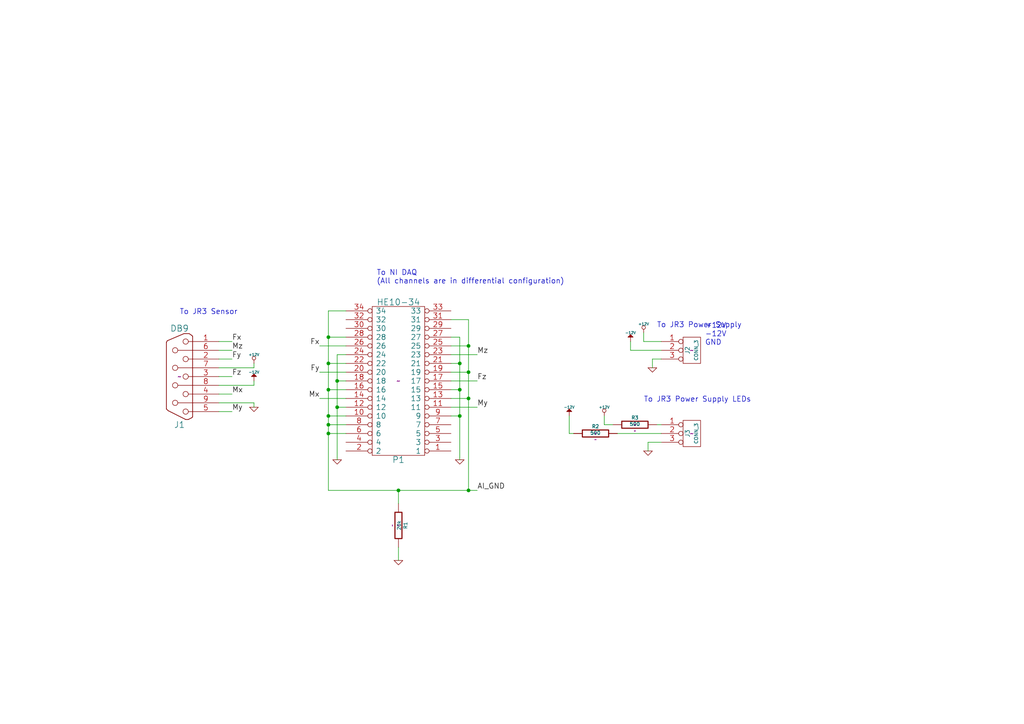
<source format=kicad_sch>
(kicad_sch (version 20230121) (generator eeschema)
  (paper "A4")
  (title_block (title "JR3 Interface") (date "16 apr 2014") (rev "A") (company "Iowa State University") (comment 1 "Drawn by: Ian McInerney"))
  (lib_symbols
    (symbol "JR3_Interface-rescue:+12V" (power) (pin_numbers hide) (pin_names (offset 0))
      (property "Value" "+12V" (at 0 2.54 0))
      (symbol "+12V_0_0"
        (pin power_in line (at 0 0 90) (length 0) hide (name "+12V") (number "1"))
      )
      (symbol "+12V_0_1"
        (polyline (pts (xy 0 0) (xy 0 1.016) (xy 0 1.016)))
        (circle (center 0 1.524) (radius 0.508))
      )
    )
    (symbol "JR3_Interface-rescue:-12V" (power) (pin_names (offset 0))
      (property "Value" "-12V" (at 0 2.54 0))
      (symbol "-12V_0_0"
        (pin power_in line (at 0 0 90) (length 0) hide (name "-12V") (number "1"))
      )
      (symbol "-12V_0_1"
        (polyline (pts (xy 0 0) (xy 0 1.27) (xy 0 1.27)))
        (polyline (pts (xy 0 2.032) (xy 0.762 1.27) (xy -0.508 1.27) (xy -0.762 1.27) (xy 0 2.032) (xy 0 2.032) (xy 0 2.032)) (fill (type outline)))
      )
    )
    (symbol "JR3_Interface-rescue:CONN_3" (pin_names (offset 1.016) hide)
      (property "Reference" "K" (at -1.27 0 90))
      (property "Value" "CONN_3" (at 1.27 0 90))
      (symbol "CONN_3_0_1"
        (rectangle (start -2.54 3.81) (end 2.54 -3.81))
      )
      (symbol "CONN_3_1_1"
        (pin passive inverted (at -8.89 2.54 0) (length 6.35) (name "P1") (number "1"))
        (pin passive inverted (at -8.89 0 0) (length 6.35) (name "PM") (number "2"))
        (pin passive inverted (at -8.89 -2.54 0) (length 6.35) (name "P3") (number "3"))
      )
    )
    (symbol "JR3_Interface-rescue:DB9" (pin_names (offset 1.016) hide)
      (property "Reference" "J" (at 0 13.97 0))
      (property "Value" "DB9" (at 0 -13.97 0))
      (symbol "DB9_0_1"
        (circle (center -1.778 -10.16) (radius 0.762))
        (circle (center -1.778 -5.08) (radius 0.762))
        (circle (center -1.778 0) (radius 0.762))
        (circle (center -1.778 5.08) (radius 0.762))
        (circle (center -1.778 10.16) (radius 0.762))
        (polyline (pts (xy -3.81 -11.684) (xy -3.81 11.684)) (stroke (width 0.2032)))
        (polyline (pts (xy -3.81 -11.6586) (xy -3.556 -11.938)) (stroke (width 0.2032)))
        (polyline (pts (xy -3.81 -10.16) (xy -2.54 -10.16)))
        (polyline (pts (xy -3.81 -7.62) (xy 0.508 -7.62)))
        (polyline (pts (xy -3.81 -5.08) (xy -2.54 -5.08)))
        (polyline (pts (xy -3.81 -2.54) (xy 0.508 -2.54)))
        (polyline (pts (xy -3.81 0) (xy -2.54 0)))
        (polyline (pts (xy -3.81 2.54) (xy 0.508 2.54)))
        (polyline (pts (xy -3.81 5.08) (xy -2.54 5.08)))
        (polyline (pts (xy -3.81 7.62) (xy 0.508 7.62)))
        (polyline (pts (xy -3.81 10.16) (xy -2.54 10.16)))
        (polyline (pts (xy -3.556 -11.938) (xy -2.794 -12.446)) (stroke (width 0.2032)))
        (polyline (pts (xy -3.556 11.938) (xy -3.81 11.684)) (stroke (width 0.2032)))
        (polyline (pts (xy -3.556 11.938) (xy -2.54 12.446)) (stroke (width 0.2032)))
        (polyline (pts (xy -2.794 -12.446) (xy -1.27 -12.446)) (stroke (width 0.2032)))
        (polyline (pts (xy -2.54 12.446) (xy -1.778 12.446)) (stroke (width 0.2032)))
        (polyline (pts (xy 3.2766 9.906) (xy -1.778 12.446)) (stroke (width 0.2032)))
        (polyline (pts (xy 3.2766 9.906) (xy 3.81 9.398)) (stroke (width 0.2032)))
        (polyline (pts (xy 3.556 -10.3886) (xy -1.27 -12.446)) (stroke (width 0.2032)))
        (polyline (pts (xy 3.81 -9.906) (xy 3.556 -10.3886)) (stroke (width 0.2032)))
        (polyline (pts (xy 3.81 9.398) (xy 3.81 -9.906)) (stroke (width 0.2032)))
        (circle (center 1.27 -7.62) (radius 0.762))
        (circle (center 1.27 -2.54) (radius 0.762))
        (circle (center 1.27 2.54) (radius 0.762))
        (circle (center 1.27 7.62) (radius 0.762))
      )
      (symbol "DB9_1_1"
        (pin passive line (at -11.43 -10.16 0) (length 7.62) (name "1") (number "1"))
        (pin passive line (at -11.43 -5.08 0) (length 7.62) (name "2") (number "2"))
        (pin passive line (at -11.43 0 0) (length 7.62) (name "3") (number "3"))
        (pin passive line (at -11.43 5.08 0) (length 7.62) (name "4") (number "4"))
        (pin passive line (at -11.43 10.16 0) (length 7.62) (name "5") (number "5"))
        (pin passive line (at -11.43 -7.62 0) (length 7.62) (name "P6") (number "6"))
        (pin passive line (at -11.43 -2.54 0) (length 7.62) (name "P7") (number "7"))
        (pin passive line (at -11.43 2.54 0) (length 7.62) (name "P8") (number "8"))
        (pin passive line (at -11.43 7.62 0) (length 7.62) (name "P9") (number "9"))
      )
    )
    (symbol "JR3_Interface-rescue:GND" (power) (pin_names (offset 0))
      (symbol "GND_0_1"
        (polyline (pts (xy -1.27 0) (xy 0 -1.27) (xy 1.27 0) (xy -1.27 0)))
      )
      (symbol "GND_1_1"
        (pin power_in line (at 0 0 90) (length 0) hide (name "GND") (number "1"))
      )
    )
    (symbol "JR3_Interface-rescue:HE10-34" (pin_names (offset 1.016))
      (property "Reference" "P" (at 0 22.86 0))
      (property "Value" "HE10-34" (at 0 -22.86 0))
      (symbol "HE10-34_0_1"
        (rectangle (start -7.62 21.59) (end 7.62 -21.59))
      )
      (symbol "HE10-34_1_1"
        (pin passive inverted (at -15.24 20.32 0) (length 7.62) (name "1") (number "1"))
        (pin passive inverted (at 15.24 10.16 180) (length 7.62) (name "10") (number "10"))
        (pin passive inverted (at -15.24 7.62 0) (length 7.62) (name "11") (number "11"))
        (pin passive inverted (at 15.24 7.62 180) (length 7.62) (name "12") (number "12"))
        (pin passive inverted (at -15.24 5.08 0) (length 7.62) (name "13") (number "13"))
        (pin passive inverted (at 15.24 5.08 180) (length 7.62) (name "14") (number "14"))
        (pin passive inverted (at -15.24 2.54 0) (length 7.62) (name "15") (number "15"))
        (pin passive inverted (at 15.24 2.54 180) (length 7.62) (name "16") (number "16"))
        (pin passive inverted (at -15.24 0 0) (length 7.62) (name "17") (number "17"))
        (pin passive inverted (at 15.24 0 180) (length 7.62) (name "18") (number "18"))
        (pin passive inverted (at -15.24 -2.54 0) (length 7.62) (name "19") (number "19"))
        (pin passive inverted (at 15.24 20.32 180) (length 7.62) (name "2") (number "2"))
        (pin passive inverted (at 15.24 -2.54 180) (length 7.62) (name "20") (number "20"))
        (pin passive inverted (at -15.24 -5.08 0) (length 7.62) (name "21") (number "21"))
        (pin passive inverted (at 15.24 -5.08 180) (length 7.62) (name "22") (number "22"))
        (pin passive inverted (at -15.24 -7.62 0) (length 7.62) (name "23") (number "23"))
        (pin passive inverted (at 15.24 -7.62 180) (length 7.62) (name "24") (number "24"))
        (pin passive inverted (at -15.24 -10.16 0) (length 7.62) (name "25") (number "25"))
        (pin passive inverted (at 15.24 -10.16 180) (length 7.62) (name "26") (number "26"))
        (pin passive inverted (at -15.24 -12.7 0) (length 7.62) (name "27") (number "27"))
        (pin passive inverted (at 15.24 -12.7 180) (length 7.62) (name "28") (number "28"))
        (pin passive inverted (at -15.24 -15.24 0) (length 7.62) (name "29") (number "29"))
        (pin passive inverted (at -15.24 17.78 0) (length 7.62) (name "3") (number "3"))
        (pin passive inverted (at 15.24 -15.24 180) (length 7.62) (name "30") (number "30"))
        (pin passive inverted (at -15.24 -17.78 0) (length 7.62) (name "31") (number "31"))
        (pin passive inverted (at 15.24 -17.78 180) (length 7.62) (name "32") (number "32"))
        (pin passive inverted (at -15.24 -20.32 0) (length 7.62) (name "33") (number "33"))
        (pin passive inverted (at 15.24 -20.32 180) (length 7.62) (name "34") (number "34"))
        (pin passive inverted (at 15.24 17.78 180) (length 7.62) (name "4") (number "4"))
        (pin passive inverted (at -15.24 15.24 0) (length 7.62) (name "5") (number "5"))
        (pin passive inverted (at 15.24 15.24 180) (length 7.62) (name "6") (number "6"))
        (pin passive inverted (at -15.24 12.7 0) (length 7.62) (name "7") (number "7"))
        (pin passive inverted (at 15.24 12.7 180) (length 7.62) (name "8") (number "8"))
        (pin passive inverted (at -15.24 10.16 0) (length 7.62) (name "9") (number "9"))
      )
    )
    (symbol "JR3_Interface-rescue:R" (pin_numbers hide) (pin_names (offset 0))
      (property "Reference" "R" (at 2.032 0 90))
      (property "Value" "R" (at 0.1778 0.0254 90))
      (symbol "R_0_1"
        (rectangle (start -1.016 3.81) (end 1.016 -3.81) (stroke (width 0.3048)))
      )
      (symbol "R_1_1"
        (pin passive line (at 0 6.35 270) (length 2.54) (name "~") (number "1"))
        (pin passive line (at 0 -6.35 90) (length 2.54) (name "~") (number "2"))
      )
    )
  )
  (junction (at 95.25 123.19))
  (junction (at 95.25 97.79))
  (junction (at 97.79 110.49))
  (junction (at 95.25 113.03))
  (junction (at 115.57 142.24))
  (junction (at 133.35 105.41))
  (junction (at 135.89 107.95))
  (junction (at 133.35 113.03))
  (junction (at 135.89 115.57))
  (junction (at 97.79 118.11))
  (junction (at 95.25 125.73))
  (junction (at 135.89 100.33))
  (junction (at 95.25 120.65))
  (junction (at 135.89 142.24))
  (junction (at 133.35 120.65))
  (junction (at 95.25 105.41))
  (wire (pts (xy 175.26 123.19) (xy 175.26 120.65)))
  (wire (pts (xy 97.79 110.49) (xy 97.79 118.11)))
  (wire (pts (xy 191.77 104.14) (xy 189.23 104.14)))
  (wire (pts (xy 130.81 92.71) (xy 135.89 92.71)))
  (wire (pts (xy 133.35 113.03) (xy 133.35 120.65)))
  (wire (pts (xy 95.25 113.03) (xy 95.25 120.65)))
  (wire (pts (xy 95.25 125.73) (xy 95.25 142.24)))
  (wire (pts (xy 100.33 90.17) (xy 95.25 90.17)))
  (wire (pts (xy 130.81 120.65) (xy 133.35 120.65)))
  (wire (pts (xy 73.66 110.49) (xy 73.66 111.76)))
  (wire (pts (xy 115.57 158.75) (xy 115.57 162.56)))
  (wire (pts (xy 95.25 120.65) (xy 95.25 123.19)))
  (wire (pts (xy 67.31 104.14) (xy 63.5 104.14)))
  (wire (pts (xy 95.25 123.19) (xy 100.33 123.19)))
  (wire (pts (xy 191.77 123.19) (xy 190.5 123.19)))
  (wire (pts (xy 100.33 110.49) (xy 97.79 110.49)))
  (wire (pts (xy 130.81 113.03) (xy 133.35 113.03)))
  (wire (pts (xy 95.25 120.65) (xy 100.33 120.65)))
  (wire (pts (xy 191.77 99.06) (xy 186.69 99.06)))
  (wire (pts (xy 165.1 125.73) (xy 165.1 120.65)))
  (wire (pts (xy 138.43 110.49) (xy 130.81 110.49)))
  (wire (pts (xy 100.33 107.95) (xy 92.71 107.95)))
  (wire (pts (xy 133.35 120.65) (xy 133.35 133.35)))
  (wire (pts (xy 95.25 125.73) (xy 100.33 125.73)))
  (wire (pts (xy 100.33 97.79) (xy 95.25 97.79)))
  (wire (pts (xy 189.23 104.14) (xy 189.23 106.68)))
  (wire (pts (xy 97.79 118.11) (xy 100.33 118.11)))
  (wire (pts (xy 130.81 105.41) (xy 133.35 105.41)))
  (wire (pts (xy 187.96 128.27) (xy 187.96 130.81)))
  (wire (pts (xy 135.89 115.57) (xy 135.89 142.24)))
  (wire (pts (xy 135.89 142.24) (xy 138.43 142.24)))
  (wire (pts (xy 133.35 97.79) (xy 133.35 105.41)))
  (wire (pts (xy 191.77 101.6) (xy 182.88 101.6)))
  (wire (pts (xy 73.66 111.76) (xy 63.5 111.76)))
  (wire (pts (xy 97.79 102.87) (xy 97.79 110.49)))
  (wire (pts (xy 135.89 107.95) (xy 135.89 115.57)))
  (wire (pts (xy 135.89 100.33) (xy 135.89 107.95)))
  (wire (pts (xy 177.8 123.19) (xy 175.26 123.19)))
  (wire (pts (xy 130.81 97.79) (xy 133.35 97.79)))
  (wire (pts (xy 63.5 116.84) (xy 73.66 116.84)))
  (wire (pts (xy 73.66 106.68) (xy 63.5 106.68)))
  (wire (pts (xy 191.77 128.27) (xy 187.96 128.27)))
  (wire (pts (xy 133.35 105.41) (xy 133.35 113.03)))
  (wire (pts (xy 182.88 101.6) (xy 182.88 99.06)))
  (wire (pts (xy 138.43 118.11) (xy 130.81 118.11)))
  (wire (pts (xy 73.66 105.41) (xy 73.66 106.68)))
  (wire (pts (xy 63.5 119.38) (xy 67.31 119.38)))
  (wire (pts (xy 100.33 102.87) (xy 97.79 102.87)))
  (wire (pts (xy 135.89 107.95) (xy 130.81 107.95)))
  (wire (pts (xy 115.57 142.24) (xy 115.57 146.05)))
  (wire (pts (xy 166.37 125.73) (xy 165.1 125.73)))
  (wire (pts (xy 130.81 100.33) (xy 135.89 100.33)))
  (wire (pts (xy 100.33 100.33) (xy 92.71 100.33)))
  (wire (pts (xy 95.25 113.03) (xy 100.33 113.03)))
  (wire (pts (xy 95.25 97.79) (xy 95.25 105.41)))
  (wire (pts (xy 97.79 118.11) (xy 97.79 133.35)))
  (wire (pts (xy 92.71 115.57) (xy 100.33 115.57)))
  (wire (pts (xy 95.25 105.41) (xy 100.33 105.41)))
  (wire (pts (xy 186.69 99.06) (xy 186.69 96.52)))
  (wire (pts (xy 138.43 102.87) (xy 130.81 102.87)))
  (wire (pts (xy 95.25 105.41) (xy 95.25 113.03)))
  (wire (pts (xy 63.5 109.22) (xy 67.31 109.22)))
  (wire (pts (xy 115.57 142.24) (xy 135.89 142.24)))
  (wire (pts (xy 135.89 115.57) (xy 130.81 115.57)))
  (wire (pts (xy 67.31 99.06) (xy 63.5 99.06)))
  (wire (pts (xy 95.25 90.17) (xy 95.25 97.79)))
  (wire (pts (xy 73.66 116.84) (xy 73.66 118.11)))
  (wire (pts (xy 191.77 125.73) (xy 179.07 125.73)))
  (wire (pts (xy 67.31 114.3) (xy 63.5 114.3)))
  (wire (pts (xy 63.5 101.6) (xy 67.31 101.6)))
  (wire (pts (xy 95.25 123.19) (xy 95.25 125.73)))
  (wire (pts (xy 135.89 92.71) (xy 135.89 100.33)))
  (wire (pts (xy 95.25 142.24) (xy 115.57 142.24)))
  (text "To JR3 Sensor" (at 52.07 91.44 0) (effects (font (size 1.524 1.524)) (justify left bottom)))
  (text "+12V\n-12V\nGND" (at 204.47 100.33 0) (effects (font (size 1.524 1.524)) (justify left bottom)))
  (text "To JR3 Power Supply" (at 190.5 95.25 0) (effects (font (size 1.524 1.524)) (justify left bottom)))
  (text "To NI DAQ\n(All channels are in differential configuration)" (at 109.22 82.55 0) (effects (font (size 1.524 1.524)) (justify left bottom)))
  (text "To JR3 Power Supply LEDs" (at 186.69 116.84 0) (effects (font (size 1.524 1.524)) (justify left bottom)))
  (label "Fx" (at 67.31 99.06 0) (effects (font (size 1.524 1.524))))
  (label "Fx" (at 92.71 100.33 180) (effects (font (size 1.524 1.524))))
  (label "Mz" (at 67.31 101.6 0) (effects (font (size 1.524 1.524))))
  (label "Fy" (at 92.71 107.95 180) (effects (font (size 1.524 1.524))))
  (label "Mx" (at 67.31 114.3 0) (effects (font (size 1.524 1.524))))
  (label "Fz" (at 138.43 110.49 0) (effects (font (size 1.524 1.524))))
  (label "AI_GND" (at 138.43 142.24 0) (effects (font (size 1.524 1.524))))
  (label "My" (at 67.31 119.38 0) (effects (font (size 1.524 1.524))))
  (label "Fy" (at 67.31 104.14 0) (effects (font (size 1.524 1.524))))
  (label "Mz" (at 138.43 102.87 0) (effects (font (size 1.524 1.524))))
  (label "Mx" (at 92.71 115.57 180) (effects (font (size 1.524 1.524))))
  (label "My" (at 138.43 118.11 0) (effects (font (size 1.524 1.524))))
  (label "Fz" (at 67.31 109.22 0) (effects (font (size 1.524 1.524))))
  (symbol (lib_id "JR3_Interface-rescue:HE10-34") (at 115.57 110.49 180) (unit 1)
    (property "Reference" "P1" (at 115.57 133.35 0) (effects (font (size 1.778 1.778))))
    (property "Value" "HE10-34" (at 115.57 87.63 0) (effects (font (size 1.778 1.778))))
    (property "Footprint" "~" (at 115.57 110.49 0) (effects (font (size 1.524 1.524))))
    (property "Datasheet" "~" (at 115.57 110.49 0) (effects (font (size 1.524 1.524))))
  )
  (symbol (lib_id "JR3_Interface-rescue:DB9") (at 52.07 109.22 180) (unit 1)
    (property "Reference" "J1" (at 52.07 123.19 0) (effects (font (size 1.778 1.778))))
    (property "Value" "DB9" (at 52.07 95.25 0) (effects (font (size 1.778 1.778))))
    (property "Footprint" "~" (at 52.07 109.22 0) (effects (font (size 1.524 1.524))))
    (property "Datasheet" "~" (at 52.07 109.22 0) (effects (font (size 1.524 1.524))))
  )
  (symbol (lib_id "JR3_Interface-rescue:CONN_3") (at 200.66 101.6 0) (unit 1)
    (property "Reference" "J2" (at 199.39 101.6 90))
    (property "Value" "CONN_3" (at 201.93 101.6 90) (effects (font (size 1.016 1.016))))
    (property "Footprint" "~" (at 200.66 101.6 0) (effects (font (size 1.524 1.524))))
    (property "Datasheet" "~" (at 200.66 101.6 0) (effects (font (size 1.524 1.524))))
  )
  (symbol (lib_id "JR3_Interface-rescue:GND") (at 189.23 106.68 0) (unit 1)
    (property "Reference" "#PWR01" (effects hide))
    (property "Value" "GND" (effects hide))
  )
  (symbol (lib_id "JR3_Interface-rescue:-12V") (at 182.88 99.06 0) (unit 1)
    (property "Reference" "#PWR02" (effects hide))
    (property "Value" "-12V" (at 182.88 96.52 0) (effects (font (size 0.762 0.762))))
  )
  (symbol (lib_id "JR3_Interface-rescue:+12V") (at 186.69 96.52 0) (unit 1)
    (property "Reference" "#PWR03" (effects hide))
    (property "Value" "+12V" (at 186.69 93.98 0) (effects (font (size 0.762 0.762))))
  )
  (symbol (lib_id "JR3_Interface-rescue:+12V") (at 73.66 105.41 0) (unit 1)
    (property "Reference" "#PWR04" (effects hide))
    (property "Value" "+12V" (at 73.66 102.87 0) (effects (font (size 0.762 0.762))))
  )
  (symbol (lib_id "JR3_Interface-rescue:-12V") (at 73.66 110.49 0) (unit 1)
    (property "Reference" "#PWR05" (effects hide))
    (property "Value" "-12V" (at 73.66 107.95 0) (effects (font (size 0.762 0.762))))
  )
  (symbol (lib_id "JR3_Interface-rescue:GND") (at 73.66 118.11 0) (unit 1)
    (property "Reference" "#PWR09" (effects hide))
    (property "Value" "GND" (effects hide))
  )
  (symbol (lib_id "JR3_Interface-rescue:CONN_3") (at 200.66 125.73 0) (unit 1)
    (property "Reference" "J3" (at 199.39 125.73 90))
    (property "Value" "CONN_3" (at 201.93 125.73 90) (effects (font (size 1.016 1.016))))
    (property "Footprint" "~" (at 200.66 125.73 0) (effects (font (size 1.524 1.524))))
    (property "Datasheet" "~" (at 200.66 125.73 0) (effects (font (size 1.524 1.524))))
  )
  (symbol (lib_id "JR3_Interface-rescue:-12V") (at 165.1 120.65 0) (unit 1)
    (property "Reference" "#PWR06" (effects hide))
    (property "Value" "-12V" (at 165.1 118.11 0) (effects (font (size 0.762 0.762))))
  )
  (symbol (lib_id "JR3_Interface-rescue:GND") (at 187.96 130.81 0) (unit 1)
    (property "Reference" "#PWR07" (effects hide))
    (property "Value" "GND" (effects hide))
  )
  (symbol (lib_id "JR3_Interface-rescue:+12V") (at 175.26 120.65 0) (unit 1)
    (property "Reference" "#PWR08" (effects hide))
    (property "Value" "+12V" (at 175.26 118.11 0) (effects (font (size 0.762 0.762))))
  )
  (symbol (lib_id "JR3_Interface-rescue:R") (at 184.15 123.19 90) (unit 1)
    (property "Reference" "R3" (at 184.15 121.158 90) (effects (font (size 1.016 1.016))))
    (property "Value" "500" (at 184.1246 123.0122 90) (effects (font (size 1.016 1.016))))
    (property "Footprint" "~" (at 184.15 124.968 90) (effects (font (size 0.762 0.762))))
    (property "Datasheet" "~" (at 184.15 123.19 0) (effects (font (size 0.762 0.762))))
  )
  (symbol (lib_id "JR3_Interface-rescue:R") (at 172.72 125.73 90) (unit 1)
    (property "Reference" "R2" (at 172.72 123.698 90) (effects (font (size 1.016 1.016))))
    (property "Value" "500" (at 172.6946 125.5522 90) (effects (font (size 1.016 1.016))))
    (property "Footprint" "~" (at 172.72 127.508 90) (effects (font (size 0.762 0.762))))
    (property "Datasheet" "~" (at 172.72 125.73 0) (effects (font (size 0.762 0.762))))
  )
  (symbol (lib_id "JR3_Interface-rescue:GND") (at 133.35 133.35 0) (unit 1)
    (property "Reference" "#PWR010" (effects hide))
    (property "Value" "GND" (effects hide))
  )
  (symbol (lib_id "JR3_Interface-rescue:R") (at 115.57 152.4 0) (unit 1)
    (property "Reference" "R1" (at 117.602 152.4 90) (effects (font (size 1.016 1.016))))
    (property "Value" "20k" (at 115.7478 152.3746 90) (effects (font (size 1.016 1.016))))
    (property "Footprint" "~" (at 113.792 152.4 90) (effects (font (size 0.762 0.762))))
    (property "Datasheet" "~" (at 115.57 152.4 0) (effects (font (size 0.762 0.762))))
  )
  (symbol (lib_id "JR3_Interface-rescue:GND") (at 115.57 162.56 0) (unit 1)
    (property "Reference" "#PWR011" (effects hide))
    (property "Value" "GND" (effects hide))
  )
  (symbol (lib_id "JR3_Interface-rescue:GND") (at 97.79 133.35 0) (unit 1)
    (property "Reference" "#PWR?" (effects hide))
    (property "Value" "GND" (effects hide))
  )
)
</source>
